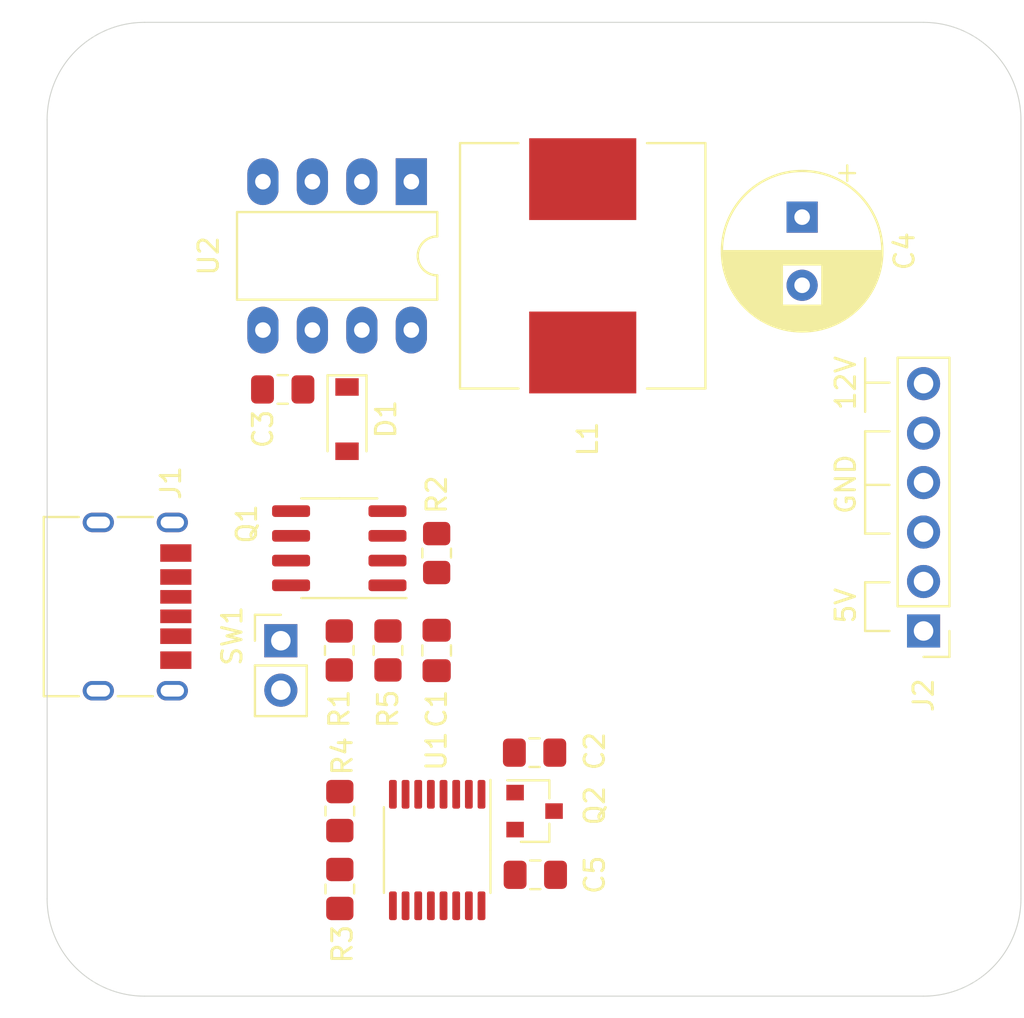
<source format=kicad_pcb>
(kicad_pcb (version 20171130) (host pcbnew 5.1.12-84ad8e8a86~92~ubuntu18.04.1)

  (general
    (thickness 1.6)
    (drawings 18)
    (tracks 0)
    (zones 0)
    (modules 23)
    (nets 23)
  )

  (page A4 portrait)
  (title_block
    (title "DOP `Delivery Of Power´ Lite")
    (date 2022-06-10)
    (rev v0.0.0-draft)
    (company Sporniket-Studio.com)
  )

  (layers
    (0 F.Cu signal)
    (31 B.Cu signal)
    (32 B.Adhes user)
    (33 F.Adhes user)
    (34 B.Paste user)
    (35 F.Paste user)
    (36 B.SilkS user)
    (37 F.SilkS user)
    (38 B.Mask user)
    (39 F.Mask user)
    (40 Dwgs.User user)
    (41 Cmts.User user)
    (42 Eco1.User user)
    (43 Eco2.User user)
    (44 Edge.Cuts user)
    (45 Margin user)
    (46 B.CrtYd user)
    (47 F.CrtYd user)
    (48 B.Fab user)
    (49 F.Fab user)
  )

  (setup
    (last_trace_width 0.25)
    (trace_clearance 0.2)
    (zone_clearance 0.508)
    (zone_45_only no)
    (trace_min 0.2)
    (via_size 0.8)
    (via_drill 0.4)
    (via_min_size 0.4)
    (via_min_drill 0.3)
    (uvia_size 0.3)
    (uvia_drill 0.1)
    (uvias_allowed no)
    (uvia_min_size 0.2)
    (uvia_min_drill 0.1)
    (edge_width 0.05)
    (segment_width 0.2)
    (pcb_text_width 0.3)
    (pcb_text_size 1.5 1.5)
    (mod_edge_width 0.12)
    (mod_text_size 1 1)
    (mod_text_width 0.15)
    (pad_size 1.524 1.524)
    (pad_drill 0.762)
    (pad_to_mask_clearance 0)
    (aux_axis_origin 0 0)
    (visible_elements FFFFFF7F)
    (pcbplotparams
      (layerselection 0x010fc_ffffffff)
      (usegerberextensions false)
      (usegerberattributes true)
      (usegerberadvancedattributes true)
      (creategerberjobfile true)
      (excludeedgelayer true)
      (linewidth 0.100000)
      (plotframeref false)
      (viasonmask false)
      (mode 1)
      (useauxorigin false)
      (hpglpennumber 1)
      (hpglpenspeed 20)
      (hpglpendiameter 15.000000)
      (psnegative false)
      (psa4output false)
      (plotreference true)
      (plotvalue true)
      (plotinvisibletext false)
      (padsonsilk false)
      (subtractmaskfromsilk false)
      (outputformat 1)
      (mirror false)
      (drillshape 1)
      (scaleselection 1)
      (outputdirectory ""))
  )

  (net 0 "")
  (net 1 GND)
  (net 2 VBUS)
  (net 3 /5V_OUT)
  (net 4 /12V_OUT)
  (net 5 "Net-(D1-Pad1)")
  (net 6 /CC1)
  (net 7 /CC2)
  (net 8 /GATE)
  (net 9 "Net-(U1-Pad15)")
  (net 10 "Net-(U1-Pad14)")
  (net 11 "Net-(U1-Pad10)")
  (net 12 "Net-(U1-Pad9)")
  (net 13 "Net-(U1-Pad8)")
  (net 14 "Net-(U1-Pad7)")
  (net 15 "Net-(U1-Pad6)")
  (net 16 "Net-(U1-Pad4)")
  (net 17 "Net-(U1-Pad3)")
  (net 18 /XVBUS)
  (net 19 "Net-(C1-Pad1)")
  (net 20 "Net-(Q1-Pad2)")
  (net 21 "Net-(Q1-Pad4)")
  (net 22 "Net-(R1-Pad2)")

  (net_class Default "Ceci est la Netclass par défaut."
    (clearance 0.2)
    (trace_width 0.25)
    (via_dia 0.8)
    (via_drill 0.4)
    (uvia_dia 0.3)
    (uvia_drill 0.1)
    (add_net /12V_OUT)
    (add_net /5V_OUT)
    (add_net /CC1)
    (add_net /CC2)
    (add_net /GATE)
    (add_net /XVBUS)
    (add_net GND)
    (add_net "Net-(C1-Pad1)")
    (add_net "Net-(D1-Pad1)")
    (add_net "Net-(Q1-Pad2)")
    (add_net "Net-(Q1-Pad4)")
    (add_net "Net-(R1-Pad2)")
    (add_net "Net-(U1-Pad10)")
    (add_net "Net-(U1-Pad14)")
    (add_net "Net-(U1-Pad15)")
    (add_net "Net-(U1-Pad3)")
    (add_net "Net-(U1-Pad4)")
    (add_net "Net-(U1-Pad6)")
    (add_net "Net-(U1-Pad7)")
    (add_net "Net-(U1-Pad8)")
    (add_net "Net-(U1-Pad9)")
    (add_net VBUS)
  )

  (module Connector_PinHeader_2.54mm:PinHeader_1x02_P2.54mm_Vertical (layer F.Cu) (tedit 59FED5CC) (tstamp 62A3C30D)
    (at 62 156.75)
    (descr "Through hole straight pin header, 1x02, 2.54mm pitch, single row")
    (tags "Through hole pin header THT 1x02 2.54mm single row")
    (path /62A802FB)
    (fp_text reference SW1 (at -2.5 -0.25 270) (layer F.SilkS)
      (effects (font (size 1 1) (thickness 0.15)))
    )
    (fp_text value "ON/OFF button" (at 0 4.87) (layer F.Fab)
      (effects (font (size 1 1) (thickness 0.15)))
    )
    (fp_text user %R (at 0 1.27 90) (layer F.Fab)
      (effects (font (size 1 1) (thickness 0.15)))
    )
    (fp_line (start -0.635 -1.27) (end 1.27 -1.27) (layer F.Fab) (width 0.1))
    (fp_line (start 1.27 -1.27) (end 1.27 3.81) (layer F.Fab) (width 0.1))
    (fp_line (start 1.27 3.81) (end -1.27 3.81) (layer F.Fab) (width 0.1))
    (fp_line (start -1.27 3.81) (end -1.27 -0.635) (layer F.Fab) (width 0.1))
    (fp_line (start -1.27 -0.635) (end -0.635 -1.27) (layer F.Fab) (width 0.1))
    (fp_line (start -1.33 3.87) (end 1.33 3.87) (layer F.SilkS) (width 0.12))
    (fp_line (start -1.33 1.27) (end -1.33 3.87) (layer F.SilkS) (width 0.12))
    (fp_line (start 1.33 1.27) (end 1.33 3.87) (layer F.SilkS) (width 0.12))
    (fp_line (start -1.33 1.27) (end 1.33 1.27) (layer F.SilkS) (width 0.12))
    (fp_line (start -1.33 0) (end -1.33 -1.33) (layer F.SilkS) (width 0.12))
    (fp_line (start -1.33 -1.33) (end 0 -1.33) (layer F.SilkS) (width 0.12))
    (fp_line (start -1.8 -1.8) (end -1.8 4.35) (layer F.CrtYd) (width 0.05))
    (fp_line (start -1.8 4.35) (end 1.8 4.35) (layer F.CrtYd) (width 0.05))
    (fp_line (start 1.8 4.35) (end 1.8 -1.8) (layer F.CrtYd) (width 0.05))
    (fp_line (start 1.8 -1.8) (end -1.8 -1.8) (layer F.CrtYd) (width 0.05))
    (pad 2 thru_hole oval (at 0 2.54) (size 1.7 1.7) (drill 1) (layers *.Cu *.Mask)
      (net 19 "Net-(C1-Pad1)"))
    (pad 1 thru_hole rect (at 0 0) (size 1.7 1.7) (drill 1) (layers *.Cu *.Mask)
      (net 21 "Net-(Q1-Pad4)"))
    (model ${KISYS3DMOD}/Connector_PinHeader_2.54mm.3dshapes/PinHeader_1x02_P2.54mm_Vertical.wrl
      (at (xyz 0 0 0))
      (scale (xyz 1 1 1))
      (rotate (xyz 0 0 0))
    )
  )

  (module Resistor_SMD:R_0805_2012Metric_Pad1.20x1.40mm_HandSolder (layer F.Cu) (tedit 5F68FEEE) (tstamp 62A3BB0F)
    (at 67.5 157.25 90)
    (descr "Resistor SMD 0805 (2012 Metric), square (rectangular) end terminal, IPC_7351 nominal with elongated pad for handsoldering. (Body size source: IPC-SM-782 page 72, https://www.pcb-3d.com/wordpress/wp-content/uploads/ipc-sm-782a_amendment_1_and_2.pdf), generated with kicad-footprint-generator")
    (tags "resistor handsolder")
    (path /62A6B940)
    (attr smd)
    (fp_text reference R5 (at -3 0 90) (layer F.SilkS)
      (effects (font (size 1 1) (thickness 0.15)))
    )
    (fp_text value 100K (at 0 1.65 90) (layer F.Fab)
      (effects (font (size 1 1) (thickness 0.15)))
    )
    (fp_text user %R (at 0 0 90) (layer F.Fab)
      (effects (font (size 0.5 0.5) (thickness 0.08)))
    )
    (fp_line (start -1 0.625) (end -1 -0.625) (layer F.Fab) (width 0.1))
    (fp_line (start -1 -0.625) (end 1 -0.625) (layer F.Fab) (width 0.1))
    (fp_line (start 1 -0.625) (end 1 0.625) (layer F.Fab) (width 0.1))
    (fp_line (start 1 0.625) (end -1 0.625) (layer F.Fab) (width 0.1))
    (fp_line (start -0.227064 -0.735) (end 0.227064 -0.735) (layer F.SilkS) (width 0.12))
    (fp_line (start -0.227064 0.735) (end 0.227064 0.735) (layer F.SilkS) (width 0.12))
    (fp_line (start -1.85 0.95) (end -1.85 -0.95) (layer F.CrtYd) (width 0.05))
    (fp_line (start -1.85 -0.95) (end 1.85 -0.95) (layer F.CrtYd) (width 0.05))
    (fp_line (start 1.85 -0.95) (end 1.85 0.95) (layer F.CrtYd) (width 0.05))
    (fp_line (start 1.85 0.95) (end -1.85 0.95) (layer F.CrtYd) (width 0.05))
    (pad 2 smd roundrect (at 1 0 90) (size 1.2 1.4) (layers F.Cu F.Paste F.Mask) (roundrect_rratio 0.208333)
      (net 19 "Net-(C1-Pad1)"))
    (pad 1 smd roundrect (at -1 0 90) (size 1.2 1.4) (layers F.Cu F.Paste F.Mask) (roundrect_rratio 0.208333)
      (net 22 "Net-(R1-Pad2)"))
    (model ${KISYS3DMOD}/Resistor_SMD.3dshapes/R_0805_2012Metric.wrl
      (at (xyz 0 0 0))
      (scale (xyz 1 1 1))
      (rotate (xyz 0 0 0))
    )
  )

  (module Resistor_SMD:R_0805_2012Metric_Pad1.20x1.40mm_HandSolder (layer F.Cu) (tedit 5F68FEEE) (tstamp 62A3BAFE)
    (at 70 152.25 90)
    (descr "Resistor SMD 0805 (2012 Metric), square (rectangular) end terminal, IPC_7351 nominal with elongated pad for handsoldering. (Body size source: IPC-SM-782 page 72, https://www.pcb-3d.com/wordpress/wp-content/uploads/ipc-sm-782a_amendment_1_and_2.pdf), generated with kicad-footprint-generator")
    (tags "resistor handsolder")
    (path /62A6C8FB)
    (attr smd)
    (fp_text reference R2 (at 3 0 90) (layer F.SilkS)
      (effects (font (size 1 1) (thickness 0.15)))
    )
    (fp_text value 10K (at 0 1.65 90) (layer F.Fab)
      (effects (font (size 1 1) (thickness 0.15)))
    )
    (fp_text user %R (at 0 0 90) (layer F.Fab)
      (effects (font (size 0.5 0.5) (thickness 0.08)))
    )
    (fp_line (start -1 0.625) (end -1 -0.625) (layer F.Fab) (width 0.1))
    (fp_line (start -1 -0.625) (end 1 -0.625) (layer F.Fab) (width 0.1))
    (fp_line (start 1 -0.625) (end 1 0.625) (layer F.Fab) (width 0.1))
    (fp_line (start 1 0.625) (end -1 0.625) (layer F.Fab) (width 0.1))
    (fp_line (start -0.227064 -0.735) (end 0.227064 -0.735) (layer F.SilkS) (width 0.12))
    (fp_line (start -0.227064 0.735) (end 0.227064 0.735) (layer F.SilkS) (width 0.12))
    (fp_line (start -1.85 0.95) (end -1.85 -0.95) (layer F.CrtYd) (width 0.05))
    (fp_line (start -1.85 -0.95) (end 1.85 -0.95) (layer F.CrtYd) (width 0.05))
    (fp_line (start 1.85 -0.95) (end 1.85 0.95) (layer F.CrtYd) (width 0.05))
    (fp_line (start 1.85 0.95) (end -1.85 0.95) (layer F.CrtYd) (width 0.05))
    (pad 2 smd roundrect (at 1 0 90) (size 1.2 1.4) (layers F.Cu F.Paste F.Mask) (roundrect_rratio 0.208333)
      (net 21 "Net-(Q1-Pad4)"))
    (pad 1 smd roundrect (at -1 0 90) (size 1.2 1.4) (layers F.Cu F.Paste F.Mask) (roundrect_rratio 0.208333)
      (net 18 /XVBUS))
    (model ${KISYS3DMOD}/Resistor_SMD.3dshapes/R_0805_2012Metric.wrl
      (at (xyz 0 0 0))
      (scale (xyz 1 1 1))
      (rotate (xyz 0 0 0))
    )
  )

  (module Resistor_SMD:R_0805_2012Metric_Pad1.20x1.40mm_HandSolder (layer F.Cu) (tedit 5F68FEEE) (tstamp 62A3BAED)
    (at 65 157.25 270)
    (descr "Resistor SMD 0805 (2012 Metric), square (rectangular) end terminal, IPC_7351 nominal with elongated pad for handsoldering. (Body size source: IPC-SM-782 page 72, https://www.pcb-3d.com/wordpress/wp-content/uploads/ipc-sm-782a_amendment_1_and_2.pdf), generated with kicad-footprint-generator")
    (tags "resistor handsolder")
    (path /62A6BD65)
    (attr smd)
    (fp_text reference R1 (at 3 0 90) (layer F.SilkS)
      (effects (font (size 1 1) (thickness 0.15)))
    )
    (fp_text value 10K (at 0 1.65 90) (layer F.Fab)
      (effects (font (size 1 1) (thickness 0.15)))
    )
    (fp_text user %R (at 0 0 90) (layer F.Fab)
      (effects (font (size 0.5 0.5) (thickness 0.08)))
    )
    (fp_line (start -1 0.625) (end -1 -0.625) (layer F.Fab) (width 0.1))
    (fp_line (start -1 -0.625) (end 1 -0.625) (layer F.Fab) (width 0.1))
    (fp_line (start 1 -0.625) (end 1 0.625) (layer F.Fab) (width 0.1))
    (fp_line (start 1 0.625) (end -1 0.625) (layer F.Fab) (width 0.1))
    (fp_line (start -0.227064 -0.735) (end 0.227064 -0.735) (layer F.SilkS) (width 0.12))
    (fp_line (start -0.227064 0.735) (end 0.227064 0.735) (layer F.SilkS) (width 0.12))
    (fp_line (start -1.85 0.95) (end -1.85 -0.95) (layer F.CrtYd) (width 0.05))
    (fp_line (start -1.85 -0.95) (end 1.85 -0.95) (layer F.CrtYd) (width 0.05))
    (fp_line (start 1.85 -0.95) (end 1.85 0.95) (layer F.CrtYd) (width 0.05))
    (fp_line (start 1.85 0.95) (end -1.85 0.95) (layer F.CrtYd) (width 0.05))
    (pad 2 smd roundrect (at 1 0 270) (size 1.2 1.4) (layers F.Cu F.Paste F.Mask) (roundrect_rratio 0.208333)
      (net 22 "Net-(R1-Pad2)"))
    (pad 1 smd roundrect (at -1 0 270) (size 1.2 1.4) (layers F.Cu F.Paste F.Mask) (roundrect_rratio 0.208333)
      (net 2 VBUS))
    (model ${KISYS3DMOD}/Resistor_SMD.3dshapes/R_0805_2012Metric.wrl
      (at (xyz 0 0 0))
      (scale (xyz 1 1 1))
      (rotate (xyz 0 0 0))
    )
  )

  (module Package_SO:SOIC-8_3.9x4.9mm_P1.27mm (layer F.Cu) (tedit 5D9F72B1) (tstamp 62A3BA9C)
    (at 65 152 180)
    (descr "SOIC, 8 Pin (JEDEC MS-012AA, https://www.analog.com/media/en/package-pcb-resources/package/pkg_pdf/soic_narrow-r/r_8.pdf), generated with kicad-footprint-generator ipc_gullwing_generator.py")
    (tags "SOIC SO")
    (path /62A612E9)
    (attr smd)
    (fp_text reference Q1 (at 4.75 1.25 270) (layer F.SilkS)
      (effects (font (size 1 1) (thickness 0.15)))
    )
    (fp_text value IRF7319 (at 0 3.4) (layer F.Fab)
      (effects (font (size 1 1) (thickness 0.15)))
    )
    (fp_text user %R (at 0 0) (layer F.Fab)
      (effects (font (size 0.98 0.98) (thickness 0.15)))
    )
    (fp_line (start 0 2.56) (end 1.95 2.56) (layer F.SilkS) (width 0.12))
    (fp_line (start 0 2.56) (end -1.95 2.56) (layer F.SilkS) (width 0.12))
    (fp_line (start 0 -2.56) (end 1.95 -2.56) (layer F.SilkS) (width 0.12))
    (fp_line (start 0 -2.56) (end -3.45 -2.56) (layer F.SilkS) (width 0.12))
    (fp_line (start -0.975 -2.45) (end 1.95 -2.45) (layer F.Fab) (width 0.1))
    (fp_line (start 1.95 -2.45) (end 1.95 2.45) (layer F.Fab) (width 0.1))
    (fp_line (start 1.95 2.45) (end -1.95 2.45) (layer F.Fab) (width 0.1))
    (fp_line (start -1.95 2.45) (end -1.95 -1.475) (layer F.Fab) (width 0.1))
    (fp_line (start -1.95 -1.475) (end -0.975 -2.45) (layer F.Fab) (width 0.1))
    (fp_line (start -3.7 -2.7) (end -3.7 2.7) (layer F.CrtYd) (width 0.05))
    (fp_line (start -3.7 2.7) (end 3.7 2.7) (layer F.CrtYd) (width 0.05))
    (fp_line (start 3.7 2.7) (end 3.7 -2.7) (layer F.CrtYd) (width 0.05))
    (fp_line (start 3.7 -2.7) (end -3.7 -2.7) (layer F.CrtYd) (width 0.05))
    (pad 8 smd roundrect (at 2.475 -1.905 180) (size 1.95 0.6) (layers F.Cu F.Paste F.Mask) (roundrect_rratio 0.25)
      (net 2 VBUS))
    (pad 7 smd roundrect (at 2.475 -0.635 180) (size 1.95 0.6) (layers F.Cu F.Paste F.Mask) (roundrect_rratio 0.25)
      (net 2 VBUS))
    (pad 6 smd roundrect (at 2.475 0.635 180) (size 1.95 0.6) (layers F.Cu F.Paste F.Mask) (roundrect_rratio 0.25)
      (net 20 "Net-(Q1-Pad2)"))
    (pad 5 smd roundrect (at 2.475 1.905 180) (size 1.95 0.6) (layers F.Cu F.Paste F.Mask) (roundrect_rratio 0.25)
      (net 20 "Net-(Q1-Pad2)"))
    (pad 4 smd roundrect (at -2.475 1.905 180) (size 1.95 0.6) (layers F.Cu F.Paste F.Mask) (roundrect_rratio 0.25)
      (net 21 "Net-(Q1-Pad4)"))
    (pad 3 smd roundrect (at -2.475 0.635 180) (size 1.95 0.6) (layers F.Cu F.Paste F.Mask) (roundrect_rratio 0.25)
      (net 1 GND))
    (pad 2 smd roundrect (at -2.475 -0.635 180) (size 1.95 0.6) (layers F.Cu F.Paste F.Mask) (roundrect_rratio 0.25)
      (net 20 "Net-(Q1-Pad2)"))
    (pad 1 smd roundrect (at -2.475 -1.905 180) (size 1.95 0.6) (layers F.Cu F.Paste F.Mask) (roundrect_rratio 0.25)
      (net 18 /XVBUS))
    (model ${KISYS3DMOD}/Package_SO.3dshapes/SOIC-8_3.9x4.9mm_P1.27mm.wrl
      (at (xyz 0 0 0))
      (scale (xyz 1 1 1))
      (rotate (xyz 0 0 0))
    )
  )

  (module Capacitor_SMD:C_0805_2012Metric_Pad1.18x1.45mm_HandSolder (layer F.Cu) (tedit 5F68FEEF) (tstamp 62A3C1D8)
    (at 70 157.25 270)
    (descr "Capacitor SMD 0805 (2012 Metric), square (rectangular) end terminal, IPC_7351 nominal with elongated pad for handsoldering. (Body size source: IPC-SM-782 page 76, https://www.pcb-3d.com/wordpress/wp-content/uploads/ipc-sm-782a_amendment_1_and_2.pdf, https://docs.google.com/spreadsheets/d/1BsfQQcO9C6DZCsRaXUlFlo91Tg2WpOkGARC1WS5S8t0/edit?usp=sharing), generated with kicad-footprint-generator")
    (tags "capacitor handsolder")
    (path /62A6CC9E)
    (attr smd)
    (fp_text reference C1 (at 3 0 90) (layer F.SilkS)
      (effects (font (size 1 1) (thickness 0.15)))
    )
    (fp_text value 1uF (at 0 1.68 90) (layer F.Fab)
      (effects (font (size 1 1) (thickness 0.15)))
    )
    (fp_text user %R (at 0 0 90) (layer F.Fab)
      (effects (font (size 0.5 0.5) (thickness 0.08)))
    )
    (fp_line (start -1 0.625) (end -1 -0.625) (layer F.Fab) (width 0.1))
    (fp_line (start -1 -0.625) (end 1 -0.625) (layer F.Fab) (width 0.1))
    (fp_line (start 1 -0.625) (end 1 0.625) (layer F.Fab) (width 0.1))
    (fp_line (start 1 0.625) (end -1 0.625) (layer F.Fab) (width 0.1))
    (fp_line (start -0.261252 -0.735) (end 0.261252 -0.735) (layer F.SilkS) (width 0.12))
    (fp_line (start -0.261252 0.735) (end 0.261252 0.735) (layer F.SilkS) (width 0.12))
    (fp_line (start -1.88 0.98) (end -1.88 -0.98) (layer F.CrtYd) (width 0.05))
    (fp_line (start -1.88 -0.98) (end 1.88 -0.98) (layer F.CrtYd) (width 0.05))
    (fp_line (start 1.88 -0.98) (end 1.88 0.98) (layer F.CrtYd) (width 0.05))
    (fp_line (start 1.88 0.98) (end -1.88 0.98) (layer F.CrtYd) (width 0.05))
    (pad 2 smd roundrect (at 1.0375 0 270) (size 1.175 1.45) (layers F.Cu F.Paste F.Mask) (roundrect_rratio 0.212766)
      (net 1 GND))
    (pad 1 smd roundrect (at -1.0375 0 270) (size 1.175 1.45) (layers F.Cu F.Paste F.Mask) (roundrect_rratio 0.212766)
      (net 19 "Net-(C1-Pad1)"))
    (model ${KISYS3DMOD}/Capacitor_SMD.3dshapes/C_0805_2012Metric.wrl
      (at (xyz 0 0 0))
      (scale (xyz 1 1 1))
      (rotate (xyz 0 0 0))
    )
  )

  (module MountingHole:MountingHole_4.3mm_M4 (layer F.Cu) (tedit 56D1B4CB) (tstamp 62A34EF7)
    (at 55 170)
    (descr "Mounting Hole 4.3mm, no annular, M4")
    (tags "mounting hole 4.3mm no annular m4")
    (path /62A42236)
    (attr virtual)
    (fp_text reference H4 (at 0 -5.3) (layer Dwgs.User)
      (effects (font (size 1 1) (thickness 0.15)))
    )
    (fp_text value M4 (at 0 5.3) (layer F.Fab)
      (effects (font (size 1 1) (thickness 0.15)))
    )
    (fp_circle (center 0 0) (end 4.55 0) (layer F.CrtYd) (width 0.05))
    (fp_circle (center 0 0) (end 4.3 0) (layer Cmts.User) (width 0.15))
    (fp_text user %R (at 0.3 0) (layer F.Fab)
      (effects (font (size 1 1) (thickness 0.15)))
    )
    (pad 1 np_thru_hole circle (at 0 0) (size 4.3 4.3) (drill 4.3) (layers *.Cu *.Mask))
  )

  (module MountingHole:MountingHole_4.3mm_M4 (layer F.Cu) (tedit 56D1B4CB) (tstamp 62A34EEF)
    (at 95 170)
    (descr "Mounting Hole 4.3mm, no annular, M4")
    (tags "mounting hole 4.3mm no annular m4")
    (path /62A41F1D)
    (attr virtual)
    (fp_text reference H3 (at 0 -5.3) (layer Dwgs.User)
      (effects (font (size 1 1) (thickness 0.15)))
    )
    (fp_text value M4 (at 0 5.3) (layer F.Fab)
      (effects (font (size 1 1) (thickness 0.15)))
    )
    (fp_circle (center 0 0) (end 4.55 0) (layer F.CrtYd) (width 0.05))
    (fp_circle (center 0 0) (end 4.3 0) (layer Cmts.User) (width 0.15))
    (fp_text user %R (at 0.3 0) (layer F.Fab)
      (effects (font (size 1 1) (thickness 0.15)))
    )
    (pad 1 np_thru_hole circle (at 0 0) (size 4.3 4.3) (drill 4.3) (layers *.Cu *.Mask))
  )

  (module MountingHole:MountingHole_4.3mm_M4 (layer F.Cu) (tedit 56D1B4CB) (tstamp 62A34EE7)
    (at 95 130)
    (descr "Mounting Hole 4.3mm, no annular, M4")
    (tags "mounting hole 4.3mm no annular m4")
    (path /62A3EBCA)
    (attr virtual)
    (fp_text reference H2 (at 0 -5.3) (layer Dwgs.User)
      (effects (font (size 1 1) (thickness 0.15)))
    )
    (fp_text value M4 (at 0 5.3) (layer F.Fab)
      (effects (font (size 1 1) (thickness 0.15)))
    )
    (fp_circle (center 0 0) (end 4.55 0) (layer F.CrtYd) (width 0.05))
    (fp_circle (center 0 0) (end 4.3 0) (layer Cmts.User) (width 0.15))
    (fp_text user %R (at 0.3 0) (layer F.Fab)
      (effects (font (size 1 1) (thickness 0.15)))
    )
    (pad 1 np_thru_hole circle (at 0 0) (size 4.3 4.3) (drill 4.3) (layers *.Cu *.Mask))
  )

  (module MountingHole:MountingHole_4.3mm_M4 (layer F.Cu) (tedit 56D1B4CB) (tstamp 62A34EDF)
    (at 55 130)
    (descr "Mounting Hole 4.3mm, no annular, M4")
    (tags "mounting hole 4.3mm no annular m4")
    (path /62A3E224)
    (attr virtual)
    (fp_text reference H1 (at 0 -5.3) (layer Dwgs.User)
      (effects (font (size 1 1) (thickness 0.15)))
    )
    (fp_text value M4 (at 0 5.3) (layer F.Fab)
      (effects (font (size 1 1) (thickness 0.15)))
    )
    (fp_circle (center 0 0) (end 4.55 0) (layer F.CrtYd) (width 0.05))
    (fp_circle (center 0 0) (end 4.3 0) (layer Cmts.User) (width 0.15))
    (fp_text user %R (at 0.3 0) (layer F.Fab)
      (effects (font (size 1 1) (thickness 0.15)))
    )
    (pad 1 np_thru_hole circle (at 0 0) (size 4.3 4.3) (drill 4.3) (layers *.Cu *.Mask))
  )

  (module Connector_PinHeader_2.54mm:PinHeader_1x06_P2.54mm_Vertical (layer F.Cu) (tedit 59FED5CC) (tstamp 62A322C3)
    (at 95 156.25 180)
    (descr "Through hole straight pin header, 1x06, 2.54mm pitch, single row")
    (tags "Through hole pin header THT 1x06 2.54mm single row")
    (path /62A2895D)
    (fp_text reference J2 (at 0 -3.302 90) (layer F.SilkS)
      (effects (font (size 1 1) (thickness 0.15)))
    )
    (fp_text value "Power Output" (at 0 15.03) (layer F.Fab)
      (effects (font (size 1 1) (thickness 0.15)))
    )
    (fp_line (start 1.8 -1.8) (end -1.8 -1.8) (layer F.CrtYd) (width 0.05))
    (fp_line (start 1.8 14.5) (end 1.8 -1.8) (layer F.CrtYd) (width 0.05))
    (fp_line (start -1.8 14.5) (end 1.8 14.5) (layer F.CrtYd) (width 0.05))
    (fp_line (start -1.8 -1.8) (end -1.8 14.5) (layer F.CrtYd) (width 0.05))
    (fp_line (start -1.33 -1.33) (end 0 -1.33) (layer F.SilkS) (width 0.12))
    (fp_line (start -1.33 0) (end -1.33 -1.33) (layer F.SilkS) (width 0.12))
    (fp_line (start -1.33 1.27) (end 1.33 1.27) (layer F.SilkS) (width 0.12))
    (fp_line (start 1.33 1.27) (end 1.33 14.03) (layer F.SilkS) (width 0.12))
    (fp_line (start -1.33 1.27) (end -1.33 14.03) (layer F.SilkS) (width 0.12))
    (fp_line (start -1.33 14.03) (end 1.33 14.03) (layer F.SilkS) (width 0.12))
    (fp_line (start -1.27 -0.635) (end -0.635 -1.27) (layer F.Fab) (width 0.1))
    (fp_line (start -1.27 13.97) (end -1.27 -0.635) (layer F.Fab) (width 0.1))
    (fp_line (start 1.27 13.97) (end -1.27 13.97) (layer F.Fab) (width 0.1))
    (fp_line (start 1.27 -1.27) (end 1.27 13.97) (layer F.Fab) (width 0.1))
    (fp_line (start -0.635 -1.27) (end 1.27 -1.27) (layer F.Fab) (width 0.1))
    (fp_text user %R (at 0 6.35 90) (layer F.Fab)
      (effects (font (size 1 1) (thickness 0.15)))
    )
    (pad 6 thru_hole oval (at 0 12.7 180) (size 1.7 1.7) (drill 1) (layers *.Cu *.Mask)
      (net 4 /12V_OUT))
    (pad 5 thru_hole oval (at 0 10.16 180) (size 1.7 1.7) (drill 1) (layers *.Cu *.Mask)
      (net 1 GND))
    (pad 4 thru_hole oval (at 0 7.62 180) (size 1.7 1.7) (drill 1) (layers *.Cu *.Mask)
      (net 1 GND))
    (pad 3 thru_hole oval (at 0 5.08 180) (size 1.7 1.7) (drill 1) (layers *.Cu *.Mask)
      (net 1 GND))
    (pad 2 thru_hole oval (at 0 2.54 180) (size 1.7 1.7) (drill 1) (layers *.Cu *.Mask)
      (net 3 /5V_OUT))
    (pad 1 thru_hole rect (at 0 0 180) (size 1.7 1.7) (drill 1) (layers *.Cu *.Mask)
      (net 3 /5V_OUT))
    (model ${KISYS3DMOD}/Connector_PinHeader_2.54mm.3dshapes/PinHeader_1x06_P2.54mm_Vertical.wrl
      (at (xyz 0 0 0))
      (scale (xyz 1 1 1))
      (rotate (xyz 0 0 0))
    )
  )

  (module Package_DIP:DIP-8_W7.62mm_LongPads (layer F.Cu) (tedit 5A02E8C5) (tstamp 62A32387)
    (at 68.7 133.18 270)
    (descr "8-lead though-hole mounted DIP package, row spacing 7.62 mm (300 mils), LongPads")
    (tags "THT DIP DIL PDIP 2.54mm 7.62mm 300mil LongPads")
    (path /62A1E413)
    (fp_text reference U2 (at 3.81 10.414 90) (layer F.SilkS)
      (effects (font (size 1 1) (thickness 0.15)))
    )
    (fp_text value LM2574N−12G_PHY (at 3.81 9.95 90) (layer F.Fab)
      (effects (font (size 1 1) (thickness 0.15)))
    )
    (fp_line (start 9.1 -1.55) (end -1.45 -1.55) (layer F.CrtYd) (width 0.05))
    (fp_line (start 9.1 9.15) (end 9.1 -1.55) (layer F.CrtYd) (width 0.05))
    (fp_line (start -1.45 9.15) (end 9.1 9.15) (layer F.CrtYd) (width 0.05))
    (fp_line (start -1.45 -1.55) (end -1.45 9.15) (layer F.CrtYd) (width 0.05))
    (fp_line (start 6.06 -1.33) (end 4.81 -1.33) (layer F.SilkS) (width 0.12))
    (fp_line (start 6.06 8.95) (end 6.06 -1.33) (layer F.SilkS) (width 0.12))
    (fp_line (start 1.56 8.95) (end 6.06 8.95) (layer F.SilkS) (width 0.12))
    (fp_line (start 1.56 -1.33) (end 1.56 8.95) (layer F.SilkS) (width 0.12))
    (fp_line (start 2.81 -1.33) (end 1.56 -1.33) (layer F.SilkS) (width 0.12))
    (fp_line (start 0.635 -0.27) (end 1.635 -1.27) (layer F.Fab) (width 0.1))
    (fp_line (start 0.635 8.89) (end 0.635 -0.27) (layer F.Fab) (width 0.1))
    (fp_line (start 6.985 8.89) (end 0.635 8.89) (layer F.Fab) (width 0.1))
    (fp_line (start 6.985 -1.27) (end 6.985 8.89) (layer F.Fab) (width 0.1))
    (fp_line (start 1.635 -1.27) (end 6.985 -1.27) (layer F.Fab) (width 0.1))
    (fp_text user %R (at 3.81 3.81 90) (layer F.Fab)
      (effects (font (size 1 1) (thickness 0.15)))
    )
    (fp_arc (start 3.81 -1.33) (end 2.81 -1.33) (angle -180) (layer F.SilkS) (width 0.12))
    (pad 8 thru_hole oval (at 7.62 0 270) (size 2.4 1.6) (drill 0.8) (layers *.Cu *.Mask)
      (net 1 GND))
    (pad 4 thru_hole oval (at 0 7.62 270) (size 2.4 1.6) (drill 0.8) (layers *.Cu *.Mask)
      (net 1 GND))
    (pad 7 thru_hole oval (at 7.62 2.54 270) (size 2.4 1.6) (drill 0.8) (layers *.Cu *.Mask)
      (net 5 "Net-(D1-Pad1)"))
    (pad 3 thru_hole oval (at 0 5.08 270) (size 2.4 1.6) (drill 0.8) (layers *.Cu *.Mask)
      (net 1 GND))
    (pad 6 thru_hole oval (at 7.62 5.08 270) (size 2.4 1.6) (drill 0.8) (layers *.Cu *.Mask)
      (net 1 GND))
    (pad 2 thru_hole oval (at 0 2.54 270) (size 2.4 1.6) (drill 0.8) (layers *.Cu *.Mask)
      (net 1 GND))
    (pad 5 thru_hole oval (at 7.62 7.62 270) (size 2.4 1.6) (drill 0.8) (layers *.Cu *.Mask)
      (net 3 /5V_OUT))
    (pad 1 thru_hole rect (at 0 0 270) (size 2.4 1.6) (drill 0.8) (layers *.Cu *.Mask)
      (net 4 /12V_OUT))
    (model ${KISYS3DMOD}/Package_DIP.3dshapes/DIP-8_W7.62mm.wrl
      (at (xyz 0 0 0))
      (scale (xyz 1 1 1))
      (rotate (xyz 0 0 0))
    )
  )

  (module Package_SO:TSSOP-16_4.4x5mm_P0.65mm (layer F.Cu) (tedit 5E476F32) (tstamp 62A3236B)
    (at 70.02806 167.49762 270)
    (descr "TSSOP, 16 Pin (JEDEC MO-153 Var AB https://www.jedec.org/document_search?search_api_views_fulltext=MO-153), generated with kicad-footprint-generator ipc_gullwing_generator.py")
    (tags "TSSOP SO")
    (path /62A19FF3)
    (attr smd)
    (fp_text reference U1 (at -5.07762 0.04206 90) (layer F.SilkS)
      (effects (font (size 1 1) (thickness 0.15)))
    )
    (fp_text value IP2721_PHY (at 0 3.45 90) (layer F.Fab)
      (effects (font (size 1 1) (thickness 0.15)))
    )
    (fp_line (start 3.85 -2.75) (end -3.85 -2.75) (layer F.CrtYd) (width 0.05))
    (fp_line (start 3.85 2.75) (end 3.85 -2.75) (layer F.CrtYd) (width 0.05))
    (fp_line (start -3.85 2.75) (end 3.85 2.75) (layer F.CrtYd) (width 0.05))
    (fp_line (start -3.85 -2.75) (end -3.85 2.75) (layer F.CrtYd) (width 0.05))
    (fp_line (start -2.2 -1.5) (end -1.2 -2.5) (layer F.Fab) (width 0.1))
    (fp_line (start -2.2 2.5) (end -2.2 -1.5) (layer F.Fab) (width 0.1))
    (fp_line (start 2.2 2.5) (end -2.2 2.5) (layer F.Fab) (width 0.1))
    (fp_line (start 2.2 -2.5) (end 2.2 2.5) (layer F.Fab) (width 0.1))
    (fp_line (start -1.2 -2.5) (end 2.2 -2.5) (layer F.Fab) (width 0.1))
    (fp_line (start 0 -2.735) (end -3.6 -2.735) (layer F.SilkS) (width 0.12))
    (fp_line (start 0 -2.735) (end 2.2 -2.735) (layer F.SilkS) (width 0.12))
    (fp_line (start 0 2.735) (end -2.2 2.735) (layer F.SilkS) (width 0.12))
    (fp_line (start 0 2.735) (end 2.2 2.735) (layer F.SilkS) (width 0.12))
    (fp_text user %R (at 0 0 90) (layer F.Fab)
      (effects (font (size 1 1) (thickness 0.15)))
    )
    (pad 16 smd roundrect (at 2.8625 -2.275 270) (size 1.475 0.4) (layers F.Cu F.Paste F.Mask) (roundrect_rratio 0.25)
      (net 3 /5V_OUT))
    (pad 15 smd roundrect (at 2.8625 -1.625 270) (size 1.475 0.4) (layers F.Cu F.Paste F.Mask) (roundrect_rratio 0.25)
      (net 9 "Net-(U1-Pad15)"))
    (pad 14 smd roundrect (at 2.8625 -0.975 270) (size 1.475 0.4) (layers F.Cu F.Paste F.Mask) (roundrect_rratio 0.25)
      (net 10 "Net-(U1-Pad14)"))
    (pad 13 smd roundrect (at 2.8625 -0.325 270) (size 1.475 0.4) (layers F.Cu F.Paste F.Mask) (roundrect_rratio 0.25)
      (net 6 /CC1))
    (pad 12 smd roundrect (at 2.8625 0.325 270) (size 1.475 0.4) (layers F.Cu F.Paste F.Mask) (roundrect_rratio 0.25)
      (net 7 /CC2))
    (pad 11 smd roundrect (at 2.8625 0.975 270) (size 1.475 0.4) (layers F.Cu F.Paste F.Mask) (roundrect_rratio 0.25)
      (net 1 GND))
    (pad 10 smd roundrect (at 2.8625 1.625 270) (size 1.475 0.4) (layers F.Cu F.Paste F.Mask) (roundrect_rratio 0.25)
      (net 11 "Net-(U1-Pad10)"))
    (pad 9 smd roundrect (at 2.8625 2.275 270) (size 1.475 0.4) (layers F.Cu F.Paste F.Mask) (roundrect_rratio 0.25)
      (net 12 "Net-(U1-Pad9)"))
    (pad 8 smd roundrect (at -2.8625 2.275 270) (size 1.475 0.4) (layers F.Cu F.Paste F.Mask) (roundrect_rratio 0.25)
      (net 13 "Net-(U1-Pad8)"))
    (pad 7 smd roundrect (at -2.8625 1.625 270) (size 1.475 0.4) (layers F.Cu F.Paste F.Mask) (roundrect_rratio 0.25)
      (net 14 "Net-(U1-Pad7)"))
    (pad 6 smd roundrect (at -2.8625 0.975 270) (size 1.475 0.4) (layers F.Cu F.Paste F.Mask) (roundrect_rratio 0.25)
      (net 15 "Net-(U1-Pad6)"))
    (pad 5 smd roundrect (at -2.8625 0.325 270) (size 1.475 0.4) (layers F.Cu F.Paste F.Mask) (roundrect_rratio 0.25)
      (net 1 GND))
    (pad 4 smd roundrect (at -2.8625 -0.325 270) (size 1.475 0.4) (layers F.Cu F.Paste F.Mask) (roundrect_rratio 0.25)
      (net 16 "Net-(U1-Pad4)"))
    (pad 3 smd roundrect (at -2.8625 -0.975 270) (size 1.475 0.4) (layers F.Cu F.Paste F.Mask) (roundrect_rratio 0.25)
      (net 17 "Net-(U1-Pad3)"))
    (pad 2 smd roundrect (at -2.8625 -1.625 270) (size 1.475 0.4) (layers F.Cu F.Paste F.Mask) (roundrect_rratio 0.25)
      (net 18 /XVBUS))
    (pad 1 smd roundrect (at -2.8625 -2.275 270) (size 1.475 0.4) (layers F.Cu F.Paste F.Mask) (roundrect_rratio 0.25)
      (net 8 /GATE))
    (model ${KISYS3DMOD}/Package_SO.3dshapes/TSSOP-16_4.4x5mm_P0.65mm.wrl
      (at (xyz 0 0 0))
      (scale (xyz 1 1 1))
      (rotate (xyz 0 0 0))
    )
  )

  (module Resistor_SMD:R_0805_2012Metric_Pad1.20x1.40mm_HandSolder (layer F.Cu) (tedit 5F68FEEE) (tstamp 62A32349)
    (at 65.02806 165.49762 90)
    (descr "Resistor SMD 0805 (2012 Metric), square (rectangular) end terminal, IPC_7351 nominal with elongated pad for handsoldering. (Body size source: IPC-SM-782 page 72, https://www.pcb-3d.com/wordpress/wp-content/uploads/ipc-sm-782a_amendment_1_and_2.pdf), generated with kicad-footprint-generator")
    (tags "resistor handsolder")
    (path /62A23A8B)
    (attr smd)
    (fp_text reference R4 (at 2.82362 0.13194 90) (layer F.SilkS)
      (effects (font (size 1 1) (thickness 0.15)))
    )
    (fp_text value 5K1 (at 0 1.65 90) (layer F.Fab)
      (effects (font (size 1 1) (thickness 0.15)))
    )
    (fp_line (start 1.85 0.95) (end -1.85 0.95) (layer F.CrtYd) (width 0.05))
    (fp_line (start 1.85 -0.95) (end 1.85 0.95) (layer F.CrtYd) (width 0.05))
    (fp_line (start -1.85 -0.95) (end 1.85 -0.95) (layer F.CrtYd) (width 0.05))
    (fp_line (start -1.85 0.95) (end -1.85 -0.95) (layer F.CrtYd) (width 0.05))
    (fp_line (start -0.227064 0.735) (end 0.227064 0.735) (layer F.SilkS) (width 0.12))
    (fp_line (start -0.227064 -0.735) (end 0.227064 -0.735) (layer F.SilkS) (width 0.12))
    (fp_line (start 1 0.625) (end -1 0.625) (layer F.Fab) (width 0.1))
    (fp_line (start 1 -0.625) (end 1 0.625) (layer F.Fab) (width 0.1))
    (fp_line (start -1 -0.625) (end 1 -0.625) (layer F.Fab) (width 0.1))
    (fp_line (start -1 0.625) (end -1 -0.625) (layer F.Fab) (width 0.1))
    (fp_text user %R (at 0 0 90) (layer F.Fab)
      (effects (font (size 0.5 0.5) (thickness 0.08)))
    )
    (pad 2 smd roundrect (at 1 0 90) (size 1.2 1.4) (layers F.Cu F.Paste F.Mask) (roundrect_rratio 0.208333)
      (net 1 GND))
    (pad 1 smd roundrect (at -1 0 90) (size 1.2 1.4) (layers F.Cu F.Paste F.Mask) (roundrect_rratio 0.208333)
      (net 6 /CC1))
    (model ${KISYS3DMOD}/Resistor_SMD.3dshapes/R_0805_2012Metric.wrl
      (at (xyz 0 0 0))
      (scale (xyz 1 1 1))
      (rotate (xyz 0 0 0))
    )
  )

  (module Resistor_SMD:R_0805_2012Metric_Pad1.20x1.40mm_HandSolder (layer F.Cu) (tedit 5F68FEEE) (tstamp 62A32338)
    (at 65.02806 169.49762 270)
    (descr "Resistor SMD 0805 (2012 Metric), square (rectangular) end terminal, IPC_7351 nominal with elongated pad for handsoldering. (Body size source: IPC-SM-782 page 72, https://www.pcb-3d.com/wordpress/wp-content/uploads/ipc-sm-782a_amendment_1_and_2.pdf), generated with kicad-footprint-generator")
    (tags "resistor handsolder")
    (path /62A1FD1C)
    (attr smd)
    (fp_text reference R3 (at 2.82838 -0.13194 90) (layer F.SilkS)
      (effects (font (size 1 1) (thickness 0.15)))
    )
    (fp_text value 5K1 (at 0 1.65 90) (layer F.Fab)
      (effects (font (size 1 1) (thickness 0.15)))
    )
    (fp_line (start 1.85 0.95) (end -1.85 0.95) (layer F.CrtYd) (width 0.05))
    (fp_line (start 1.85 -0.95) (end 1.85 0.95) (layer F.CrtYd) (width 0.05))
    (fp_line (start -1.85 -0.95) (end 1.85 -0.95) (layer F.CrtYd) (width 0.05))
    (fp_line (start -1.85 0.95) (end -1.85 -0.95) (layer F.CrtYd) (width 0.05))
    (fp_line (start -0.227064 0.735) (end 0.227064 0.735) (layer F.SilkS) (width 0.12))
    (fp_line (start -0.227064 -0.735) (end 0.227064 -0.735) (layer F.SilkS) (width 0.12))
    (fp_line (start 1 0.625) (end -1 0.625) (layer F.Fab) (width 0.1))
    (fp_line (start 1 -0.625) (end 1 0.625) (layer F.Fab) (width 0.1))
    (fp_line (start -1 -0.625) (end 1 -0.625) (layer F.Fab) (width 0.1))
    (fp_line (start -1 0.625) (end -1 -0.625) (layer F.Fab) (width 0.1))
    (fp_text user %R (at 0 0 90) (layer F.Fab)
      (effects (font (size 0.5 0.5) (thickness 0.08)))
    )
    (pad 2 smd roundrect (at 1 0 270) (size 1.2 1.4) (layers F.Cu F.Paste F.Mask) (roundrect_rratio 0.208333)
      (net 1 GND))
    (pad 1 smd roundrect (at -1 0 270) (size 1.2 1.4) (layers F.Cu F.Paste F.Mask) (roundrect_rratio 0.208333)
      (net 7 /CC2))
    (model ${KISYS3DMOD}/Resistor_SMD.3dshapes/R_0805_2012Metric.wrl
      (at (xyz 0 0 0))
      (scale (xyz 1 1 1))
      (rotate (xyz 0 0 0))
    )
  )

  (module Package_TO_SOT_SMD:SOT-23 (layer F.Cu) (tedit 5A02FF57) (tstamp 62A32327)
    (at 75.02806 165.49762)
    (descr "SOT-23, Standard")
    (tags SOT-23)
    (path /62A1EC31)
    (attr smd)
    (fp_text reference Q2 (at 3.08594 -0.28362 90) (layer F.SilkS)
      (effects (font (size 1 1) (thickness 0.15)))
    )
    (fp_text value "NMOS 40V×5A Vgsth<3" (at 0 2.5) (layer F.Fab)
      (effects (font (size 1 1) (thickness 0.15)))
    )
    (fp_line (start 0.76 1.58) (end -0.7 1.58) (layer F.SilkS) (width 0.12))
    (fp_line (start 0.76 -1.58) (end -1.4 -1.58) (layer F.SilkS) (width 0.12))
    (fp_line (start -1.7 1.75) (end -1.7 -1.75) (layer F.CrtYd) (width 0.05))
    (fp_line (start 1.7 1.75) (end -1.7 1.75) (layer F.CrtYd) (width 0.05))
    (fp_line (start 1.7 -1.75) (end 1.7 1.75) (layer F.CrtYd) (width 0.05))
    (fp_line (start -1.7 -1.75) (end 1.7 -1.75) (layer F.CrtYd) (width 0.05))
    (fp_line (start 0.76 -1.58) (end 0.76 -0.65) (layer F.SilkS) (width 0.12))
    (fp_line (start 0.76 1.58) (end 0.76 0.65) (layer F.SilkS) (width 0.12))
    (fp_line (start -0.7 1.52) (end 0.7 1.52) (layer F.Fab) (width 0.1))
    (fp_line (start 0.7 -1.52) (end 0.7 1.52) (layer F.Fab) (width 0.1))
    (fp_line (start -0.7 -0.95) (end -0.15 -1.52) (layer F.Fab) (width 0.1))
    (fp_line (start -0.15 -1.52) (end 0.7 -1.52) (layer F.Fab) (width 0.1))
    (fp_line (start -0.7 -0.95) (end -0.7 1.5) (layer F.Fab) (width 0.1))
    (fp_text user %R (at 0 0 90) (layer F.Fab)
      (effects (font (size 0.5 0.5) (thickness 0.075)))
    )
    (pad 3 smd rect (at 1 0) (size 0.9 0.8) (layers F.Cu F.Paste F.Mask)
      (net 2 VBUS))
    (pad 2 smd rect (at -1 0.95) (size 0.9 0.8) (layers F.Cu F.Paste F.Mask)
      (net 3 /5V_OUT))
    (pad 1 smd rect (at -1 -0.95) (size 0.9 0.8) (layers F.Cu F.Paste F.Mask)
      (net 8 /GATE))
    (model ${KISYS3DMOD}/Package_TO_SOT_SMD.3dshapes/SOT-23.wrl
      (at (xyz 0 0 0))
      (scale (xyz 1 1 1))
      (rotate (xyz 0 0 0))
    )
  )

  (module commons-passives_SMD:L_12x12mm_H8mm_Coilcraft_MSS1278T (layer F.Cu) (tedit 62A2C108) (tstamp 62A34542)
    (at 77.5 137.5 90)
    (descr "Choke, SMD, 12x12mm 8mm height, https://www.coilcraft.com/getmedia/e8d7b32a-defa-4500-bc0f-6ecc558fcde6/mss1278t.pdf")
    (tags "Choke SMD Inductor coilcraft MSS1278")
    (path /62A2C26A)
    (attr smd)
    (fp_text reference L1 (at -8.89 0.254 90) (layer F.SilkS)
      (effects (font (size 1 1) (thickness 0.15)))
    )
    (fp_text value 330uH (at 0 7.6 90) (layer F.Fab)
      (effects (font (size 1 1) (thickness 0.15)))
    )
    (fp_line (start 6.3 3.3) (end 6.3 6.3) (layer F.SilkS) (width 0.12))
    (fp_line (start 6.3 6.3) (end -6.3 6.3) (layer F.SilkS) (width 0.12))
    (fp_line (start -6.3 6.3) (end -6.3 3.3) (layer F.SilkS) (width 0.12))
    (fp_line (start -6.3 -3.3) (end -6.3 -6.3) (layer F.SilkS) (width 0.12))
    (fp_line (start -6.3 -6.3) (end 6.3 -6.3) (layer F.SilkS) (width 0.12))
    (fp_line (start 6.3 -6.3) (end 6.3 -3.3) (layer F.SilkS) (width 0.12))
    (fp_line (start -6.86 -6.6) (end 6.86 -6.6) (layer F.CrtYd) (width 0.05))
    (fp_line (start 6.86 -6.6) (end 6.86 6.6) (layer F.CrtYd) (width 0.05))
    (fp_line (start 6.86 6.6) (end -6.86 6.6) (layer F.CrtYd) (width 0.05))
    (fp_line (start -6.86 6.6) (end -6.86 -6.6) (layer F.CrtYd) (width 0.05))
    (fp_line (start 4.9 3.3) (end 5 3.4) (layer F.Fab) (width 0.1))
    (fp_line (start 5 3.4) (end 5.1 3.8) (layer F.Fab) (width 0.1))
    (fp_line (start 5.1 3.8) (end 5 4.3) (layer F.Fab) (width 0.1))
    (fp_line (start 5 4.3) (end 4.8 4.6) (layer F.Fab) (width 0.1))
    (fp_line (start 4.8 4.6) (end 4.5 5) (layer F.Fab) (width 0.1))
    (fp_line (start 4.5 5) (end 4 5.1) (layer F.Fab) (width 0.1))
    (fp_line (start 4 5.1) (end 3.5 5) (layer F.Fab) (width 0.1))
    (fp_line (start 3.5 5) (end 3.1 4.7) (layer F.Fab) (width 0.1))
    (fp_line (start 3.1 4.7) (end 3 4.6) (layer F.Fab) (width 0.1))
    (fp_line (start 3 4.6) (end 2.4 5) (layer F.Fab) (width 0.1))
    (fp_line (start 2.4 5) (end 1.6 5.3) (layer F.Fab) (width 0.1))
    (fp_line (start 1.6 5.3) (end 0.6 5.5) (layer F.Fab) (width 0.1))
    (fp_line (start 0.6 5.5) (end -0.6 5.5) (layer F.Fab) (width 0.1))
    (fp_line (start -0.6 5.5) (end -1.5 5.3) (layer F.Fab) (width 0.1))
    (fp_line (start -1.5 5.3) (end -2.1 5.1) (layer F.Fab) (width 0.1))
    (fp_line (start -2.1 5.1) (end -2.6 4.9) (layer F.Fab) (width 0.1))
    (fp_line (start -2.6 4.9) (end -3 4.7) (layer F.Fab) (width 0.1))
    (fp_line (start -3 4.7) (end -3.3 4.9) (layer F.Fab) (width 0.1))
    (fp_line (start -3.3 4.9) (end -3.9 5.1) (layer F.Fab) (width 0.1))
    (fp_line (start -3.9 5.1) (end -4.3 5) (layer F.Fab) (width 0.1))
    (fp_line (start -4.3 5) (end -4.6 4.8) (layer F.Fab) (width 0.1))
    (fp_line (start -4.6 4.8) (end -4.9 4.6) (layer F.Fab) (width 0.1))
    (fp_line (start -4.9 4.6) (end -5.1 4.1) (layer F.Fab) (width 0.1))
    (fp_line (start -5.1 4.1) (end -5 3.6) (layer F.Fab) (width 0.1))
    (fp_line (start -5 3.6) (end -4.8 3.2) (layer F.Fab) (width 0.1))
    (fp_line (start 4.9 -3.3) (end 5 -3.6) (layer F.Fab) (width 0.1))
    (fp_line (start 5 -3.6) (end 5.1 -4) (layer F.Fab) (width 0.1))
    (fp_line (start 5.1 -4) (end 5 -4.3) (layer F.Fab) (width 0.1))
    (fp_line (start 5 -4.3) (end 4.8 -4.7) (layer F.Fab) (width 0.1))
    (fp_line (start 4.8 -4.7) (end 4.5 -4.9) (layer F.Fab) (width 0.1))
    (fp_line (start 4.5 -4.9) (end 4.2 -5.1) (layer F.Fab) (width 0.1))
    (fp_line (start 4.2 -5.1) (end 3.9 -5.1) (layer F.Fab) (width 0.1))
    (fp_line (start 3.9 -5.1) (end 3.6 -5) (layer F.Fab) (width 0.1))
    (fp_line (start 3.6 -5) (end 3.3 -4.9) (layer F.Fab) (width 0.1))
    (fp_line (start 3.3 -4.9) (end 3 -4.6) (layer F.Fab) (width 0.1))
    (fp_line (start 3 -4.6) (end 2.6 -4.9) (layer F.Fab) (width 0.1))
    (fp_line (start 2.6 -4.9) (end 2.2 -5.1) (layer F.Fab) (width 0.1))
    (fp_line (start 2.2 -5.1) (end 1.7 -5.3) (layer F.Fab) (width 0.1))
    (fp_line (start 1.7 -5.3) (end 0.9 -5.5) (layer F.Fab) (width 0.1))
    (fp_line (start 0.9 -5.5) (end 0 -5.6) (layer F.Fab) (width 0.1))
    (fp_line (start 0 -5.6) (end -0.8 -5.5) (layer F.Fab) (width 0.1))
    (fp_line (start -0.8 -5.5) (end -1.7 -5.3) (layer F.Fab) (width 0.1))
    (fp_line (start -1.7 -5.3) (end -2.6 -4.9) (layer F.Fab) (width 0.1))
    (fp_line (start -2.6 -4.9) (end -3 -4.7) (layer F.Fab) (width 0.1))
    (fp_line (start -3 -4.7) (end -3.3 -4.9) (layer F.Fab) (width 0.1))
    (fp_line (start -3.3 -4.9) (end -3.7 -5.1) (layer F.Fab) (width 0.1))
    (fp_line (start -3.7 -5.1) (end -4.2 -5) (layer F.Fab) (width 0.1))
    (fp_line (start -4.2 -5) (end -4.6 -4.8) (layer F.Fab) (width 0.1))
    (fp_line (start -4.6 -4.8) (end -4.9 -4.5) (layer F.Fab) (width 0.1))
    (fp_line (start -4.9 -4.5) (end -5.1 -4) (layer F.Fab) (width 0.1))
    (fp_line (start -5.1 -4) (end -5 -3.5) (layer F.Fab) (width 0.1))
    (fp_line (start -5 -3.5) (end -4.8 -3.2) (layer F.Fab) (width 0.1))
    (fp_line (start -6.2 3.3) (end -6.2 6.2) (layer F.Fab) (width 0.1))
    (fp_line (start -6.2 6.2) (end 6.2 6.2) (layer F.Fab) (width 0.1))
    (fp_line (start 6.2 6.2) (end 6.2 3.3) (layer F.Fab) (width 0.1))
    (fp_line (start 6.2 -6.2) (end -6.2 -6.2) (layer F.Fab) (width 0.1))
    (fp_line (start -6.2 -6.2) (end -6.2 -3.3) (layer F.Fab) (width 0.1))
    (fp_line (start 6.2 -6.2) (end 6.2 -3.3) (layer F.Fab) (width 0.1))
    (fp_circle (center 0 0) (end 0.9 0) (layer F.Adhes) (width 0.38))
    (fp_circle (center 0 0) (end 0.55 0) (layer F.Adhes) (width 0.38))
    (fp_circle (center 0 0) (end 0.15 0.15) (layer F.Adhes) (width 0.38))
    (fp_circle (center -2.1 3) (end -1.8 3.25) (layer F.Fab) (width 0.1))
    (fp_text user %R (at 0 0 90) (layer F.Fab)
      (effects (font (size 1 1) (thickness 0.15)))
    )
    (pad 2 smd rect (at 4.45 0 90) (size 4.2 5.5) (layers F.Cu F.Paste F.Mask)
      (net 4 /12V_OUT))
    (pad 1 smd rect (at -4.45 0 90) (size 4.2 5.5) (layers F.Cu F.Paste F.Mask)
      (net 5 "Net-(D1-Pad1)"))
    (model ${KISYS3DMOD}/Inductor_SMD.3dshapes/L_12x12mm_H8mm.wrl
      (at (xyz 0 0 0))
      (scale (xyz 1 1 1))
      (rotate (xyz 0 0 0))
    )
  )

  (module commons-interconnect_SMD:USB_C_Receptacle_HRO_TYPE-C-31-M-17 (layer F.Cu) (tedit 62A244E8) (tstamp 62A322A1)
    (at 52.62806 154.99762 270)
    (descr "USB Type-C receptacle for USB 2.0 and PD, http://www.krhro.com/uploads/soft/180320/1-1P320120243.pdf, https://datasheet.lcsc.com/szlcsc/1811101526_Korean-Hroparts-Elec-TYPE-C-31-M-17_C283540.pdf")
    (tags "usb usb-c 2.0 pd")
    (path /62A185AD)
    (attr smd)
    (fp_text reference J1 (at -6.34762 -3.72194 90) (layer F.SilkS)
      (effects (font (size 1 1) (thickness 0.15)))
    )
    (fp_text value "Power Input" (at 0 4.2 90) (layer F.Fab)
      (effects (font (size 1 1) (thickness 0.15)))
    )
    (fp_line (start -5.2 3.2) (end -5.2 -5.2) (layer F.CrtYd) (width 0.12))
    (fp_line (start 5.2 3.2) (end -5.2 3.2) (layer F.CrtYd) (width 0.12))
    (fp_line (start 5.2 -5.2) (end 5.2 3.2) (layer F.CrtYd) (width 0.12))
    (fp_line (start -5.2 -5.2) (end 5.2 -5.2) (layer F.CrtYd) (width 0.12))
    (fp_line (start 4.6 2.8) (end 4.6 1) (layer F.SilkS) (width 0.12))
    (fp_line (start -4.6 2.8) (end 4.6 2.8) (layer F.SilkS) (width 0.12))
    (fp_line (start -4.6 1) (end -4.6 2.8) (layer F.SilkS) (width 0.12))
    (fp_line (start 4.6 -2.8) (end 4.6 -1) (layer F.SilkS) (width 0.12))
    (fp_line (start -4.6 -2.8) (end -4.6 -1) (layer F.SilkS) (width 0.12))
    (fp_line (start 4.32 -4.2) (end 4.32 2.6) (layer F.Fab) (width 0.1))
    (fp_line (start -4.32 2.6) (end 4.32 2.6) (layer F.Fab) (width 0.1))
    (fp_line (start -4.32 -4.2) (end -4.32 2.6) (layer F.Fab) (width 0.1))
    (fp_line (start -4.32 -4.2) (end 4.32 -4.2) (layer F.Fab) (width 0.1))
    (fp_text user %R (at 0 0 90) (layer F.Fab)
      (effects (font (size 1 1) (thickness 0.15)))
    )
    (pad S1 thru_hole oval (at 4.32 -3.8 270) (size 1 1.6) (drill oval 0.6 1.2) (layers *.Cu *.Mask)
      (net 1 GND))
    (pad S1 thru_hole oval (at -4.32 -3.8 270) (size 1 1.6) (drill oval 0.6 1.2) (layers *.Cu *.Mask)
      (net 1 GND))
    (pad A9 smd rect (at 1.52 -3.98 270) (size 0.8 1.6) (layers F.Cu F.Paste F.Mask)
      (net 2 VBUS))
    (pad B9 smd rect (at -1.52 -3.98 270) (size 0.8 1.6) (layers F.Cu F.Paste F.Mask)
      (net 2 VBUS))
    (pad B12 smd rect (at -2.75 -3.98 270) (size 0.9 1.6) (layers F.Cu F.Paste F.Mask)
      (net 1 GND))
    (pad A12 smd rect (at 2.75 -3.98 270) (size 0.9 1.6) (layers F.Cu F.Paste F.Mask)
      (net 1 GND))
    (pad A5 smd rect (at -0.5 -3.98 270) (size 0.7 1.6) (layers F.Cu F.Paste F.Mask)
      (net 6 /CC1))
    (pad B5 smd rect (at 0.5 -3.98 270) (size 0.7 1.6) (layers F.Cu F.Paste F.Mask)
      (net 7 /CC2))
    (pad S1 thru_hole oval (at -4.32 0 270) (size 1 1.6) (drill oval 0.6 1.2) (layers *.Cu *.Mask)
      (net 1 GND))
    (pad S1 thru_hole oval (at 4.32 0 270) (size 1 1.6) (drill oval 0.6 1.2) (layers *.Cu *.Mask)
      (net 1 GND))
    (model ${KISYS3DMOD}/Connector_USB.3dshapes/USB_C_Receptacle_HRO_TYPE-C-31-M-12.wrl
      (at (xyz 0 0 0))
      (scale (xyz 1 1 1))
      (rotate (xyz 0 0 0))
    )
  )

  (module Diode_SMD:D_SOD-123 (layer F.Cu) (tedit 58645DC7) (tstamp 62A3404A)
    (at 65.398 145.372 270)
    (descr SOD-123)
    (tags SOD-123)
    (path /62A2B87B)
    (attr smd)
    (fp_text reference D1 (at 0 -2 90) (layer F.SilkS)
      (effects (font (size 1 1) (thickness 0.15)))
    )
    (fp_text value 1N5819 (at 0 2.1 90) (layer F.Fab)
      (effects (font (size 1 1) (thickness 0.15)))
    )
    (fp_line (start -2.25 -1) (end 1.65 -1) (layer F.SilkS) (width 0.12))
    (fp_line (start -2.25 1) (end 1.65 1) (layer F.SilkS) (width 0.12))
    (fp_line (start -2.35 -1.15) (end -2.35 1.15) (layer F.CrtYd) (width 0.05))
    (fp_line (start 2.35 1.15) (end -2.35 1.15) (layer F.CrtYd) (width 0.05))
    (fp_line (start 2.35 -1.15) (end 2.35 1.15) (layer F.CrtYd) (width 0.05))
    (fp_line (start -2.35 -1.15) (end 2.35 -1.15) (layer F.CrtYd) (width 0.05))
    (fp_line (start -1.4 -0.9) (end 1.4 -0.9) (layer F.Fab) (width 0.1))
    (fp_line (start 1.4 -0.9) (end 1.4 0.9) (layer F.Fab) (width 0.1))
    (fp_line (start 1.4 0.9) (end -1.4 0.9) (layer F.Fab) (width 0.1))
    (fp_line (start -1.4 0.9) (end -1.4 -0.9) (layer F.Fab) (width 0.1))
    (fp_line (start -0.75 0) (end -0.35 0) (layer F.Fab) (width 0.1))
    (fp_line (start -0.35 0) (end -0.35 -0.55) (layer F.Fab) (width 0.1))
    (fp_line (start -0.35 0) (end -0.35 0.55) (layer F.Fab) (width 0.1))
    (fp_line (start -0.35 0) (end 0.25 -0.4) (layer F.Fab) (width 0.1))
    (fp_line (start 0.25 -0.4) (end 0.25 0.4) (layer F.Fab) (width 0.1))
    (fp_line (start 0.25 0.4) (end -0.35 0) (layer F.Fab) (width 0.1))
    (fp_line (start 0.25 0) (end 0.75 0) (layer F.Fab) (width 0.1))
    (fp_line (start -2.25 -1) (end -2.25 1) (layer F.SilkS) (width 0.12))
    (fp_text user %R (at 0 -2 90) (layer F.Fab)
      (effects (font (size 1 1) (thickness 0.15)))
    )
    (pad 2 smd rect (at 1.65 0 270) (size 0.9 1.2) (layers F.Cu F.Paste F.Mask)
      (net 1 GND))
    (pad 1 smd rect (at -1.65 0 270) (size 0.9 1.2) (layers F.Cu F.Paste F.Mask)
      (net 5 "Net-(D1-Pad1)"))
    (model ${KISYS3DMOD}/Diode_SMD.3dshapes/D_SOD-123.wrl
      (at (xyz 0 0 0))
      (scale (xyz 1 1 1))
      (rotate (xyz 0 0 0))
    )
  )

  (module Capacitor_SMD:C_0805_2012Metric_Pad1.18x1.45mm_HandSolder (layer F.Cu) (tedit 5F68FEEF) (tstamp 62A3226C)
    (at 75.066 168.77)
    (descr "Capacitor SMD 0805 (2012 Metric), square (rectangular) end terminal, IPC_7351 nominal with elongated pad for handsoldering. (Body size source: IPC-SM-782 page 76, https://www.pcb-3d.com/wordpress/wp-content/uploads/ipc-sm-782a_amendment_1_and_2.pdf, https://docs.google.com/spreadsheets/d/1BsfQQcO9C6DZCsRaXUlFlo91Tg2WpOkGARC1WS5S8t0/edit?usp=sharing), generated with kicad-footprint-generator")
    (tags "capacitor handsolder")
    (path /62A2A1E6)
    (attr smd)
    (fp_text reference C5 (at 3.048 0 90) (layer F.SilkS)
      (effects (font (size 1 1) (thickness 0.15)))
    )
    (fp_text value 22uF (at 0 1.68) (layer F.Fab)
      (effects (font (size 1 1) (thickness 0.15)))
    )
    (fp_line (start 1.88 0.98) (end -1.88 0.98) (layer F.CrtYd) (width 0.05))
    (fp_line (start 1.88 -0.98) (end 1.88 0.98) (layer F.CrtYd) (width 0.05))
    (fp_line (start -1.88 -0.98) (end 1.88 -0.98) (layer F.CrtYd) (width 0.05))
    (fp_line (start -1.88 0.98) (end -1.88 -0.98) (layer F.CrtYd) (width 0.05))
    (fp_line (start -0.261252 0.735) (end 0.261252 0.735) (layer F.SilkS) (width 0.12))
    (fp_line (start -0.261252 -0.735) (end 0.261252 -0.735) (layer F.SilkS) (width 0.12))
    (fp_line (start 1 0.625) (end -1 0.625) (layer F.Fab) (width 0.1))
    (fp_line (start 1 -0.625) (end 1 0.625) (layer F.Fab) (width 0.1))
    (fp_line (start -1 -0.625) (end 1 -0.625) (layer F.Fab) (width 0.1))
    (fp_line (start -1 0.625) (end -1 -0.625) (layer F.Fab) (width 0.1))
    (fp_text user %R (at 0 0) (layer F.Fab)
      (effects (font (size 0.5 0.5) (thickness 0.08)))
    )
    (pad 2 smd roundrect (at 1.0375 0) (size 1.175 1.45) (layers F.Cu F.Paste F.Mask) (roundrect_rratio 0.212766)
      (net 1 GND))
    (pad 1 smd roundrect (at -1.0375 0) (size 1.175 1.45) (layers F.Cu F.Paste F.Mask) (roundrect_rratio 0.212766)
      (net 3 /5V_OUT))
    (model ${KISYS3DMOD}/Capacitor_SMD.3dshapes/C_0805_2012Metric.wrl
      (at (xyz 0 0 0))
      (scale (xyz 1 1 1))
      (rotate (xyz 0 0 0))
    )
  )

  (module Capacitor_THT:CP_Radial_D8.0mm_P3.50mm (layer F.Cu) (tedit 5AE50EF0) (tstamp 62A3225B)
    (at 88.766 135 270)
    (descr "CP, Radial series, Radial, pin pitch=3.50mm, , diameter=8mm, Electrolytic Capacitor")
    (tags "CP Radial series Radial pin pitch 3.50mm  diameter 8mm Electrolytic Capacitor")
    (path /62A2A5C2)
    (fp_text reference C4 (at 1.75 -5.25 90) (layer F.SilkS)
      (effects (font (size 1 1) (thickness 0.15)))
    )
    (fp_text value 220uF (at 1.75 5.25 90) (layer F.Fab)
      (effects (font (size 1 1) (thickness 0.15)))
    )
    (fp_line (start -2.259698 -2.715) (end -2.259698 -1.915) (layer F.SilkS) (width 0.12))
    (fp_line (start -2.659698 -2.315) (end -1.859698 -2.315) (layer F.SilkS) (width 0.12))
    (fp_line (start 5.831 -0.533) (end 5.831 0.533) (layer F.SilkS) (width 0.12))
    (fp_line (start 5.791 -0.768) (end 5.791 0.768) (layer F.SilkS) (width 0.12))
    (fp_line (start 5.751 -0.948) (end 5.751 0.948) (layer F.SilkS) (width 0.12))
    (fp_line (start 5.711 -1.098) (end 5.711 1.098) (layer F.SilkS) (width 0.12))
    (fp_line (start 5.671 -1.229) (end 5.671 1.229) (layer F.SilkS) (width 0.12))
    (fp_line (start 5.631 -1.346) (end 5.631 1.346) (layer F.SilkS) (width 0.12))
    (fp_line (start 5.591 -1.453) (end 5.591 1.453) (layer F.SilkS) (width 0.12))
    (fp_line (start 5.551 -1.552) (end 5.551 1.552) (layer F.SilkS) (width 0.12))
    (fp_line (start 5.511 -1.645) (end 5.511 1.645) (layer F.SilkS) (width 0.12))
    (fp_line (start 5.471 -1.731) (end 5.471 1.731) (layer F.SilkS) (width 0.12))
    (fp_line (start 5.431 -1.813) (end 5.431 1.813) (layer F.SilkS) (width 0.12))
    (fp_line (start 5.391 -1.89) (end 5.391 1.89) (layer F.SilkS) (width 0.12))
    (fp_line (start 5.351 -1.964) (end 5.351 1.964) (layer F.SilkS) (width 0.12))
    (fp_line (start 5.311 -2.034) (end 5.311 2.034) (layer F.SilkS) (width 0.12))
    (fp_line (start 5.271 -2.102) (end 5.271 2.102) (layer F.SilkS) (width 0.12))
    (fp_line (start 5.231 -2.166) (end 5.231 2.166) (layer F.SilkS) (width 0.12))
    (fp_line (start 5.191 -2.228) (end 5.191 2.228) (layer F.SilkS) (width 0.12))
    (fp_line (start 5.151 -2.287) (end 5.151 2.287) (layer F.SilkS) (width 0.12))
    (fp_line (start 5.111 -2.345) (end 5.111 2.345) (layer F.SilkS) (width 0.12))
    (fp_line (start 5.071 -2.4) (end 5.071 2.4) (layer F.SilkS) (width 0.12))
    (fp_line (start 5.031 -2.454) (end 5.031 2.454) (layer F.SilkS) (width 0.12))
    (fp_line (start 4.991 -2.505) (end 4.991 2.505) (layer F.SilkS) (width 0.12))
    (fp_line (start 4.951 -2.556) (end 4.951 2.556) (layer F.SilkS) (width 0.12))
    (fp_line (start 4.911 -2.604) (end 4.911 2.604) (layer F.SilkS) (width 0.12))
    (fp_line (start 4.871 -2.651) (end 4.871 2.651) (layer F.SilkS) (width 0.12))
    (fp_line (start 4.831 -2.697) (end 4.831 2.697) (layer F.SilkS) (width 0.12))
    (fp_line (start 4.791 -2.741) (end 4.791 2.741) (layer F.SilkS) (width 0.12))
    (fp_line (start 4.751 -2.784) (end 4.751 2.784) (layer F.SilkS) (width 0.12))
    (fp_line (start 4.711 -2.826) (end 4.711 2.826) (layer F.SilkS) (width 0.12))
    (fp_line (start 4.671 -2.867) (end 4.671 2.867) (layer F.SilkS) (width 0.12))
    (fp_line (start 4.631 -2.907) (end 4.631 2.907) (layer F.SilkS) (width 0.12))
    (fp_line (start 4.591 -2.945) (end 4.591 2.945) (layer F.SilkS) (width 0.12))
    (fp_line (start 4.551 -2.983) (end 4.551 2.983) (layer F.SilkS) (width 0.12))
    (fp_line (start 4.511 1.04) (end 4.511 3.019) (layer F.SilkS) (width 0.12))
    (fp_line (start 4.511 -3.019) (end 4.511 -1.04) (layer F.SilkS) (width 0.12))
    (fp_line (start 4.471 1.04) (end 4.471 3.055) (layer F.SilkS) (width 0.12))
    (fp_line (start 4.471 -3.055) (end 4.471 -1.04) (layer F.SilkS) (width 0.12))
    (fp_line (start 4.431 1.04) (end 4.431 3.09) (layer F.SilkS) (width 0.12))
    (fp_line (start 4.431 -3.09) (end 4.431 -1.04) (layer F.SilkS) (width 0.12))
    (fp_line (start 4.391 1.04) (end 4.391 3.124) (layer F.SilkS) (width 0.12))
    (fp_line (start 4.391 -3.124) (end 4.391 -1.04) (layer F.SilkS) (width 0.12))
    (fp_line (start 4.351 1.04) (end 4.351 3.156) (layer F.SilkS) (width 0.12))
    (fp_line (start 4.351 -3.156) (end 4.351 -1.04) (layer F.SilkS) (width 0.12))
    (fp_line (start 4.311 1.04) (end 4.311 3.189) (layer F.SilkS) (width 0.12))
    (fp_line (start 4.311 -3.189) (end 4.311 -1.04) (layer F.SilkS) (width 0.12))
    (fp_line (start 4.271 1.04) (end 4.271 3.22) (layer F.SilkS) (width 0.12))
    (fp_line (start 4.271 -3.22) (end 4.271 -1.04) (layer F.SilkS) (width 0.12))
    (fp_line (start 4.231 1.04) (end 4.231 3.25) (layer F.SilkS) (width 0.12))
    (fp_line (start 4.231 -3.25) (end 4.231 -1.04) (layer F.SilkS) (width 0.12))
    (fp_line (start 4.191 1.04) (end 4.191 3.28) (layer F.SilkS) (width 0.12))
    (fp_line (start 4.191 -3.28) (end 4.191 -1.04) (layer F.SilkS) (width 0.12))
    (fp_line (start 4.151 1.04) (end 4.151 3.309) (layer F.SilkS) (width 0.12))
    (fp_line (start 4.151 -3.309) (end 4.151 -1.04) (layer F.SilkS) (width 0.12))
    (fp_line (start 4.111 1.04) (end 4.111 3.338) (layer F.SilkS) (width 0.12))
    (fp_line (start 4.111 -3.338) (end 4.111 -1.04) (layer F.SilkS) (width 0.12))
    (fp_line (start 4.071 1.04) (end 4.071 3.365) (layer F.SilkS) (width 0.12))
    (fp_line (start 4.071 -3.365) (end 4.071 -1.04) (layer F.SilkS) (width 0.12))
    (fp_line (start 4.031 1.04) (end 4.031 3.392) (layer F.SilkS) (width 0.12))
    (fp_line (start 4.031 -3.392) (end 4.031 -1.04) (layer F.SilkS) (width 0.12))
    (fp_line (start 3.991 1.04) (end 3.991 3.418) (layer F.SilkS) (width 0.12))
    (fp_line (start 3.991 -3.418) (end 3.991 -1.04) (layer F.SilkS) (width 0.12))
    (fp_line (start 3.951 1.04) (end 3.951 3.444) (layer F.SilkS) (width 0.12))
    (fp_line (start 3.951 -3.444) (end 3.951 -1.04) (layer F.SilkS) (width 0.12))
    (fp_line (start 3.911 1.04) (end 3.911 3.469) (layer F.SilkS) (width 0.12))
    (fp_line (start 3.911 -3.469) (end 3.911 -1.04) (layer F.SilkS) (width 0.12))
    (fp_line (start 3.871 1.04) (end 3.871 3.493) (layer F.SilkS) (width 0.12))
    (fp_line (start 3.871 -3.493) (end 3.871 -1.04) (layer F.SilkS) (width 0.12))
    (fp_line (start 3.831 1.04) (end 3.831 3.517) (layer F.SilkS) (width 0.12))
    (fp_line (start 3.831 -3.517) (end 3.831 -1.04) (layer F.SilkS) (width 0.12))
    (fp_line (start 3.791 1.04) (end 3.791 3.54) (layer F.SilkS) (width 0.12))
    (fp_line (start 3.791 -3.54) (end 3.791 -1.04) (layer F.SilkS) (width 0.12))
    (fp_line (start 3.751 1.04) (end 3.751 3.562) (layer F.SilkS) (width 0.12))
    (fp_line (start 3.751 -3.562) (end 3.751 -1.04) (layer F.SilkS) (width 0.12))
    (fp_line (start 3.711 1.04) (end 3.711 3.584) (layer F.SilkS) (width 0.12))
    (fp_line (start 3.711 -3.584) (end 3.711 -1.04) (layer F.SilkS) (width 0.12))
    (fp_line (start 3.671 1.04) (end 3.671 3.606) (layer F.SilkS) (width 0.12))
    (fp_line (start 3.671 -3.606) (end 3.671 -1.04) (layer F.SilkS) (width 0.12))
    (fp_line (start 3.631 1.04) (end 3.631 3.627) (layer F.SilkS) (width 0.12))
    (fp_line (start 3.631 -3.627) (end 3.631 -1.04) (layer F.SilkS) (width 0.12))
    (fp_line (start 3.591 1.04) (end 3.591 3.647) (layer F.SilkS) (width 0.12))
    (fp_line (start 3.591 -3.647) (end 3.591 -1.04) (layer F.SilkS) (width 0.12))
    (fp_line (start 3.551 1.04) (end 3.551 3.666) (layer F.SilkS) (width 0.12))
    (fp_line (start 3.551 -3.666) (end 3.551 -1.04) (layer F.SilkS) (width 0.12))
    (fp_line (start 3.511 1.04) (end 3.511 3.686) (layer F.SilkS) (width 0.12))
    (fp_line (start 3.511 -3.686) (end 3.511 -1.04) (layer F.SilkS) (width 0.12))
    (fp_line (start 3.471 1.04) (end 3.471 3.704) (layer F.SilkS) (width 0.12))
    (fp_line (start 3.471 -3.704) (end 3.471 -1.04) (layer F.SilkS) (width 0.12))
    (fp_line (start 3.431 1.04) (end 3.431 3.722) (layer F.SilkS) (width 0.12))
    (fp_line (start 3.431 -3.722) (end 3.431 -1.04) (layer F.SilkS) (width 0.12))
    (fp_line (start 3.391 1.04) (end 3.391 3.74) (layer F.SilkS) (width 0.12))
    (fp_line (start 3.391 -3.74) (end 3.391 -1.04) (layer F.SilkS) (width 0.12))
    (fp_line (start 3.351 1.04) (end 3.351 3.757) (layer F.SilkS) (width 0.12))
    (fp_line (start 3.351 -3.757) (end 3.351 -1.04) (layer F.SilkS) (width 0.12))
    (fp_line (start 3.311 1.04) (end 3.311 3.774) (layer F.SilkS) (width 0.12))
    (fp_line (start 3.311 -3.774) (end 3.311 -1.04) (layer F.SilkS) (width 0.12))
    (fp_line (start 3.271 1.04) (end 3.271 3.79) (layer F.SilkS) (width 0.12))
    (fp_line (start 3.271 -3.79) (end 3.271 -1.04) (layer F.SilkS) (width 0.12))
    (fp_line (start 3.231 1.04) (end 3.231 3.805) (layer F.SilkS) (width 0.12))
    (fp_line (start 3.231 -3.805) (end 3.231 -1.04) (layer F.SilkS) (width 0.12))
    (fp_line (start 3.191 1.04) (end 3.191 3.821) (layer F.SilkS) (width 0.12))
    (fp_line (start 3.191 -3.821) (end 3.191 -1.04) (layer F.SilkS) (width 0.12))
    (fp_line (start 3.151 1.04) (end 3.151 3.835) (layer F.SilkS) (width 0.12))
    (fp_line (start 3.151 -3.835) (end 3.151 -1.04) (layer F.SilkS) (width 0.12))
    (fp_line (start 3.111 1.04) (end 3.111 3.85) (layer F.SilkS) (width 0.12))
    (fp_line (start 3.111 -3.85) (end 3.111 -1.04) (layer F.SilkS) (width 0.12))
    (fp_line (start 3.071 1.04) (end 3.071 3.863) (layer F.SilkS) (width 0.12))
    (fp_line (start 3.071 -3.863) (end 3.071 -1.04) (layer F.SilkS) (width 0.12))
    (fp_line (start 3.031 1.04) (end 3.031 3.877) (layer F.SilkS) (width 0.12))
    (fp_line (start 3.031 -3.877) (end 3.031 -1.04) (layer F.SilkS) (width 0.12))
    (fp_line (start 2.991 1.04) (end 2.991 3.889) (layer F.SilkS) (width 0.12))
    (fp_line (start 2.991 -3.889) (end 2.991 -1.04) (layer F.SilkS) (width 0.12))
    (fp_line (start 2.951 1.04) (end 2.951 3.902) (layer F.SilkS) (width 0.12))
    (fp_line (start 2.951 -3.902) (end 2.951 -1.04) (layer F.SilkS) (width 0.12))
    (fp_line (start 2.911 1.04) (end 2.911 3.914) (layer F.SilkS) (width 0.12))
    (fp_line (start 2.911 -3.914) (end 2.911 -1.04) (layer F.SilkS) (width 0.12))
    (fp_line (start 2.871 1.04) (end 2.871 3.925) (layer F.SilkS) (width 0.12))
    (fp_line (start 2.871 -3.925) (end 2.871 -1.04) (layer F.SilkS) (width 0.12))
    (fp_line (start 2.831 1.04) (end 2.831 3.936) (layer F.SilkS) (width 0.12))
    (fp_line (start 2.831 -3.936) (end 2.831 -1.04) (layer F.SilkS) (width 0.12))
    (fp_line (start 2.791 1.04) (end 2.791 3.947) (layer F.SilkS) (width 0.12))
    (fp_line (start 2.791 -3.947) (end 2.791 -1.04) (layer F.SilkS) (width 0.12))
    (fp_line (start 2.751 1.04) (end 2.751 3.957) (layer F.SilkS) (width 0.12))
    (fp_line (start 2.751 -3.957) (end 2.751 -1.04) (layer F.SilkS) (width 0.12))
    (fp_line (start 2.711 1.04) (end 2.711 3.967) (layer F.SilkS) (width 0.12))
    (fp_line (start 2.711 -3.967) (end 2.711 -1.04) (layer F.SilkS) (width 0.12))
    (fp_line (start 2.671 1.04) (end 2.671 3.976) (layer F.SilkS) (width 0.12))
    (fp_line (start 2.671 -3.976) (end 2.671 -1.04) (layer F.SilkS) (width 0.12))
    (fp_line (start 2.631 1.04) (end 2.631 3.985) (layer F.SilkS) (width 0.12))
    (fp_line (start 2.631 -3.985) (end 2.631 -1.04) (layer F.SilkS) (width 0.12))
    (fp_line (start 2.591 1.04) (end 2.591 3.994) (layer F.SilkS) (width 0.12))
    (fp_line (start 2.591 -3.994) (end 2.591 -1.04) (layer F.SilkS) (width 0.12))
    (fp_line (start 2.551 1.04) (end 2.551 4.002) (layer F.SilkS) (width 0.12))
    (fp_line (start 2.551 -4.002) (end 2.551 -1.04) (layer F.SilkS) (width 0.12))
    (fp_line (start 2.511 1.04) (end 2.511 4.01) (layer F.SilkS) (width 0.12))
    (fp_line (start 2.511 -4.01) (end 2.511 -1.04) (layer F.SilkS) (width 0.12))
    (fp_line (start 2.471 1.04) (end 2.471 4.017) (layer F.SilkS) (width 0.12))
    (fp_line (start 2.471 -4.017) (end 2.471 -1.04) (layer F.SilkS) (width 0.12))
    (fp_line (start 2.43 -4.024) (end 2.43 4.024) (layer F.SilkS) (width 0.12))
    (fp_line (start 2.39 -4.03) (end 2.39 4.03) (layer F.SilkS) (width 0.12))
    (fp_line (start 2.35 -4.037) (end 2.35 4.037) (layer F.SilkS) (width 0.12))
    (fp_line (start 2.31 -4.042) (end 2.31 4.042) (layer F.SilkS) (width 0.12))
    (fp_line (start 2.27 -4.048) (end 2.27 4.048) (layer F.SilkS) (width 0.12))
    (fp_line (start 2.23 -4.052) (end 2.23 4.052) (layer F.SilkS) (width 0.12))
    (fp_line (start 2.19 -4.057) (end 2.19 4.057) (layer F.SilkS) (width 0.12))
    (fp_line (start 2.15 -4.061) (end 2.15 4.061) (layer F.SilkS) (width 0.12))
    (fp_line (start 2.11 -4.065) (end 2.11 4.065) (layer F.SilkS) (width 0.12))
    (fp_line (start 2.07 -4.068) (end 2.07 4.068) (layer F.SilkS) (width 0.12))
    (fp_line (start 2.03 -4.071) (end 2.03 4.071) (layer F.SilkS) (width 0.12))
    (fp_line (start 1.99 -4.074) (end 1.99 4.074) (layer F.SilkS) (width 0.12))
    (fp_line (start 1.95 -4.076) (end 1.95 4.076) (layer F.SilkS) (width 0.12))
    (fp_line (start 1.91 -4.077) (end 1.91 4.077) (layer F.SilkS) (width 0.12))
    (fp_line (start 1.87 -4.079) (end 1.87 4.079) (layer F.SilkS) (width 0.12))
    (fp_line (start 1.83 -4.08) (end 1.83 4.08) (layer F.SilkS) (width 0.12))
    (fp_line (start 1.79 -4.08) (end 1.79 4.08) (layer F.SilkS) (width 0.12))
    (fp_line (start 1.75 -4.08) (end 1.75 4.08) (layer F.SilkS) (width 0.12))
    (fp_line (start -1.276759 -2.1475) (end -1.276759 -1.3475) (layer F.Fab) (width 0.1))
    (fp_line (start -1.676759 -1.7475) (end -0.876759 -1.7475) (layer F.Fab) (width 0.1))
    (fp_circle (center 1.75 0) (end 6 0) (layer F.CrtYd) (width 0.05))
    (fp_circle (center 1.75 0) (end 5.87 0) (layer F.SilkS) (width 0.12))
    (fp_circle (center 1.75 0) (end 5.75 0) (layer F.Fab) (width 0.1))
    (fp_text user %R (at 1.75 0 90) (layer F.Fab)
      (effects (font (size 1 1) (thickness 0.15)))
    )
    (pad 2 thru_hole circle (at 3.5 0 270) (size 1.6 1.6) (drill 0.8) (layers *.Cu *.Mask)
      (net 1 GND))
    (pad 1 thru_hole rect (at 0 0 270) (size 1.6 1.6) (drill 0.8) (layers *.Cu *.Mask)
      (net 4 /12V_OUT))
    (model ${KISYS3DMOD}/Capacitor_THT.3dshapes/CP_Radial_D8.0mm_P3.50mm.wrl
      (at (xyz 0 0 0))
      (scale (xyz 1 1 1))
      (rotate (xyz 0 0 0))
    )
  )

  (module Capacitor_SMD:C_0805_2012Metric_Pad1.18x1.45mm_HandSolder (layer F.Cu) (tedit 5F68FEEF) (tstamp 62A321B2)
    (at 62.096 143.848)
    (descr "Capacitor SMD 0805 (2012 Metric), square (rectangular) end terminal, IPC_7351 nominal with elongated pad for handsoldering. (Body size source: IPC-SM-782 page 76, https://www.pcb-3d.com/wordpress/wp-content/uploads/ipc-sm-782a_amendment_1_and_2.pdf, https://docs.google.com/spreadsheets/d/1BsfQQcO9C6DZCsRaXUlFlo91Tg2WpOkGARC1WS5S8t0/edit?usp=sharing), generated with kicad-footprint-generator")
    (tags "capacitor handsolder")
    (path /62A27C6F)
    (attr smd)
    (fp_text reference C3 (at -1.016 2.032 90) (layer F.SilkS)
      (effects (font (size 1 1) (thickness 0.15)))
    )
    (fp_text value 10uF (at 0 1.68) (layer F.Fab)
      (effects (font (size 1 1) (thickness 0.15)))
    )
    (fp_line (start 1.88 0.98) (end -1.88 0.98) (layer F.CrtYd) (width 0.05))
    (fp_line (start 1.88 -0.98) (end 1.88 0.98) (layer F.CrtYd) (width 0.05))
    (fp_line (start -1.88 -0.98) (end 1.88 -0.98) (layer F.CrtYd) (width 0.05))
    (fp_line (start -1.88 0.98) (end -1.88 -0.98) (layer F.CrtYd) (width 0.05))
    (fp_line (start -0.261252 0.735) (end 0.261252 0.735) (layer F.SilkS) (width 0.12))
    (fp_line (start -0.261252 -0.735) (end 0.261252 -0.735) (layer F.SilkS) (width 0.12))
    (fp_line (start 1 0.625) (end -1 0.625) (layer F.Fab) (width 0.1))
    (fp_line (start 1 -0.625) (end 1 0.625) (layer F.Fab) (width 0.1))
    (fp_line (start -1 -0.625) (end 1 -0.625) (layer F.Fab) (width 0.1))
    (fp_line (start -1 0.625) (end -1 -0.625) (layer F.Fab) (width 0.1))
    (fp_text user %R (at 0 0) (layer F.Fab)
      (effects (font (size 0.5 0.5) (thickness 0.08)))
    )
    (pad 2 smd roundrect (at 1.0375 0) (size 1.175 1.45) (layers F.Cu F.Paste F.Mask) (roundrect_rratio 0.212766)
      (net 1 GND))
    (pad 1 smd roundrect (at -1.0375 0) (size 1.175 1.45) (layers F.Cu F.Paste F.Mask) (roundrect_rratio 0.212766)
      (net 3 /5V_OUT))
    (model ${KISYS3DMOD}/Capacitor_SMD.3dshapes/C_0805_2012Metric.wrl
      (at (xyz 0 0 0))
      (scale (xyz 1 1 1))
      (rotate (xyz 0 0 0))
    )
  )

  (module Capacitor_SMD:C_0805_2012Metric_Pad1.18x1.45mm_HandSolder (layer F.Cu) (tedit 5F68FEEF) (tstamp 62A336D9)
    (at 75.02806 162.49762 180)
    (descr "Capacitor SMD 0805 (2012 Metric), square (rectangular) end terminal, IPC_7351 nominal with elongated pad for handsoldering. (Body size source: IPC-SM-782 page 76, https://www.pcb-3d.com/wordpress/wp-content/uploads/ipc-sm-782a_amendment_1_and_2.pdf, https://docs.google.com/spreadsheets/d/1BsfQQcO9C6DZCsRaXUlFlo91Tg2WpOkGARC1WS5S8t0/edit?usp=sharing), generated with kicad-footprint-generator")
    (tags "capacitor handsolder")
    (path /62A24503)
    (attr smd)
    (fp_text reference C2 (at -3.08594 0.07762 90) (layer F.SilkS)
      (effects (font (size 1 1) (thickness 0.15)))
    )
    (fp_text value 1uF (at 0 1.68) (layer F.Fab)
      (effects (font (size 1 1) (thickness 0.15)))
    )
    (fp_line (start 1.88 0.98) (end -1.88 0.98) (layer F.CrtYd) (width 0.05))
    (fp_line (start 1.88 -0.98) (end 1.88 0.98) (layer F.CrtYd) (width 0.05))
    (fp_line (start -1.88 -0.98) (end 1.88 -0.98) (layer F.CrtYd) (width 0.05))
    (fp_line (start -1.88 0.98) (end -1.88 -0.98) (layer F.CrtYd) (width 0.05))
    (fp_line (start -0.261252 0.735) (end 0.261252 0.735) (layer F.SilkS) (width 0.12))
    (fp_line (start -0.261252 -0.735) (end 0.261252 -0.735) (layer F.SilkS) (width 0.12))
    (fp_line (start 1 0.625) (end -1 0.625) (layer F.Fab) (width 0.1))
    (fp_line (start 1 -0.625) (end 1 0.625) (layer F.Fab) (width 0.1))
    (fp_line (start -1 -0.625) (end 1 -0.625) (layer F.Fab) (width 0.1))
    (fp_line (start -1 0.625) (end -1 -0.625) (layer F.Fab) (width 0.1))
    (fp_text user %R (at 0 0) (layer F.Fab)
      (effects (font (size 0.5 0.5) (thickness 0.08)))
    )
    (pad 2 smd roundrect (at 1.0375 0 180) (size 1.175 1.45) (layers F.Cu F.Paste F.Mask) (roundrect_rratio 0.212766)
      (net 1 GND))
    (pad 1 smd roundrect (at -1.0375 0 180) (size 1.175 1.45) (layers F.Cu F.Paste F.Mask) (roundrect_rratio 0.212766)
      (net 2 VBUS))
    (model ${KISYS3DMOD}/Capacitor_SMD.3dshapes/C_0805_2012Metric.wrl
      (at (xyz 0 0 0))
      (scale (xyz 1 1 1))
      (rotate (xyz 0 0 0))
    )
  )

  (gr_line (start 92 153.75) (end 93.25 153.75) (layer F.SilkS) (width 0.12))
  (gr_line (start 92 156.25) (end 92 153.75) (layer F.SilkS) (width 0.12))
  (gr_line (start 93.25 156.25) (end 92 156.25) (layer F.SilkS) (width 0.12))
  (gr_line (start 93.25 148.75) (end 92 148.75) (layer F.SilkS) (width 0.12))
  (gr_line (start 92 151.25) (end 93.25 151.25) (layer F.SilkS) (width 0.12))
  (gr_line (start 92 146) (end 92 151.25) (layer F.SilkS) (width 0.12))
  (gr_line (start 93.25 146) (end 92 146) (layer F.SilkS) (width 0.12))
  (gr_line (start 92 143.5) (end 93.25 143.5) (layer F.SilkS) (width 0.12))
  (gr_line (start 92 142.25) (end 92 145) (layer F.SilkS) (width 0.12))
  (gr_text "5V     GND   12V" (at 91 149 90) (layer F.SilkS)
    (effects (font (size 1 1) (thickness 0.15)))
  )
  (gr_arc (start 95 130) (end 100 130) (angle -90) (layer Edge.Cuts) (width 0.05))
  (gr_arc (start 95 170) (end 95 175) (angle -90) (layer Edge.Cuts) (width 0.05))
  (gr_arc (start 55 170) (end 50 170) (angle -90) (layer Edge.Cuts) (width 0.05))
  (gr_arc (start 55 130) (end 55 125) (angle -90) (layer Edge.Cuts) (width 0.05))
  (gr_line (start 50 170) (end 50 130) (layer Edge.Cuts) (width 0.05))
  (gr_line (start 95 175) (end 55 175) (layer Edge.Cuts) (width 0.05))
  (gr_line (start 100 130) (end 100 170) (layer Edge.Cuts) (width 0.05))
  (gr_line (start 55 125) (end 95 125) (layer Edge.Cuts) (width 0.05))

)

</source>
